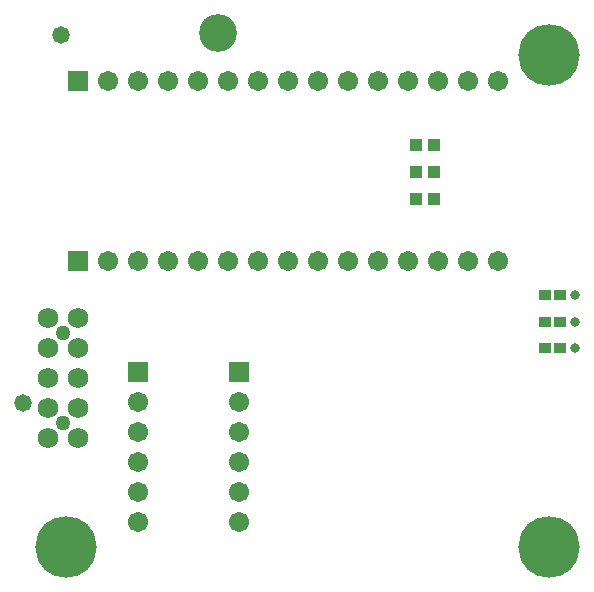
<source format=gbr>
%TF.GenerationSoftware,Altium Limited,Altium Designer,20.2.5 (213)*%
G04 Layer_Color=8388736*
%FSLAX25Y25*%
%MOIN*%
%TF.SameCoordinates,03ADE540-DEBB-48E1-BD2F-024036EB756D*%
%TF.FilePolarity,Negative*%
%TF.FileFunction,Soldermask,Top*%
%TF.Part,Single*%
G01*
G75*
%TA.AperFunction,ViaPad*%
%ADD21C,0.05000*%
%TA.AperFunction,ComponentPad*%
%ADD26R,0.06706X0.06706*%
%ADD27C,0.06706*%
%ADD28R,0.06706X0.06706*%
%ADD29C,0.06800*%
%TA.AperFunction,ViaPad*%
%ADD30C,0.03162*%
%ADD31C,0.05800*%
%ADD32C,0.20485*%
%ADD33C,0.12611*%
%TA.AperFunction,SMDPad,CuDef*%
%ADD36R,0.03950X0.03556*%
%ADD37R,0.04147X0.04343*%
D21*
X20500Y59500D02*
D03*
Y89500D02*
D03*
D26*
X25500Y113500D02*
D03*
Y173500D02*
D03*
D27*
X35500Y113500D02*
D03*
X45500D02*
D03*
X55500D02*
D03*
X65500D02*
D03*
X75500D02*
D03*
X85500D02*
D03*
X95500D02*
D03*
X105500D02*
D03*
X115500D02*
D03*
X125500D02*
D03*
X135500D02*
D03*
X145500D02*
D03*
X155500D02*
D03*
X165500D02*
D03*
Y173500D02*
D03*
X155500D02*
D03*
X145500D02*
D03*
X135500D02*
D03*
X125500D02*
D03*
X115500D02*
D03*
X105500D02*
D03*
X95500D02*
D03*
X85500D02*
D03*
X75500D02*
D03*
X65500D02*
D03*
X55500D02*
D03*
X45500D02*
D03*
X35500D02*
D03*
X45500Y66500D02*
D03*
Y56500D02*
D03*
Y46500D02*
D03*
Y36500D02*
D03*
Y26500D02*
D03*
X79000Y66500D02*
D03*
Y56500D02*
D03*
Y46500D02*
D03*
Y36500D02*
D03*
Y26500D02*
D03*
D28*
X45500Y76500D02*
D03*
X79000D02*
D03*
D29*
X25500Y54500D02*
D03*
X15500Y54500D02*
D03*
Y64500D02*
D03*
X25500D02*
D03*
Y74500D02*
D03*
X15500D02*
D03*
Y84500D02*
D03*
X25500D02*
D03*
Y94500D02*
D03*
X15500D02*
D03*
D30*
X191000Y102000D02*
D03*
Y84500D02*
D03*
Y93250D02*
D03*
D31*
X7000Y66000D02*
D03*
X19876Y188898D02*
D03*
D32*
X21390Y18098D02*
D03*
X182390D02*
D03*
Y182098D02*
D03*
D33*
X72000Y189500D02*
D03*
D36*
X186059Y102000D02*
D03*
X180941D02*
D03*
X186059Y93250D02*
D03*
X180941D02*
D03*
X186059Y84500D02*
D03*
X180941D02*
D03*
D37*
X144051Y152000D02*
D03*
X137949D02*
D03*
X144051Y143000D02*
D03*
X137949D02*
D03*
X144051Y134000D02*
D03*
X137949D02*
D03*
%TF.MD5,cf8bf2ccd6a3ef765282ebd3b391ab8d*%
M02*

</source>
